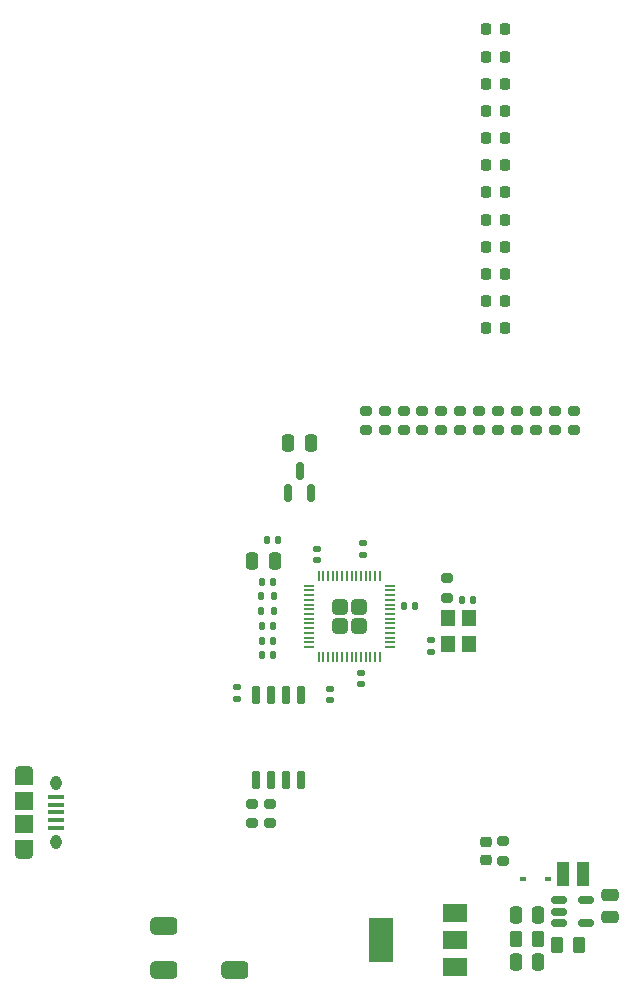
<source format=gbr>
%TF.GenerationSoftware,KiCad,Pcbnew,(6.0.8)*%
%TF.CreationDate,2022-12-11T00:01:36-05:00*%
%TF.ProjectId,Christmas Ornament 2022,43687269-7374-46d6-9173-204f726e616d,rev?*%
%TF.SameCoordinates,Original*%
%TF.FileFunction,Paste,Top*%
%TF.FilePolarity,Positive*%
%FSLAX46Y46*%
G04 Gerber Fmt 4.6, Leading zero omitted, Abs format (unit mm)*
G04 Created by KiCad (PCBNEW (6.0.8)) date 2022-12-11 00:01:36*
%MOMM*%
%LPD*%
G01*
G04 APERTURE LIST*
G04 Aperture macros list*
%AMRoundRect*
0 Rectangle with rounded corners*
0 $1 Rounding radius*
0 $2 $3 $4 $5 $6 $7 $8 $9 X,Y pos of 4 corners*
0 Add a 4 corners polygon primitive as box body*
4,1,4,$2,$3,$4,$5,$6,$7,$8,$9,$2,$3,0*
0 Add four circle primitives for the rounded corners*
1,1,$1+$1,$2,$3*
1,1,$1+$1,$4,$5*
1,1,$1+$1,$6,$7*
1,1,$1+$1,$8,$9*
0 Add four rect primitives between the rounded corners*
20,1,$1+$1,$2,$3,$4,$5,0*
20,1,$1+$1,$4,$5,$6,$7,0*
20,1,$1+$1,$6,$7,$8,$9,0*
20,1,$1+$1,$8,$9,$2,$3,0*%
G04 Aperture macros list end*
%ADD10RoundRect,0.218750X0.218750X0.256250X-0.218750X0.256250X-0.218750X-0.256250X0.218750X-0.256250X0*%
%ADD11RoundRect,0.381000X0.762000X0.381000X-0.762000X0.381000X-0.762000X-0.381000X0.762000X-0.381000X0*%
%ADD12R,1.200000X1.400000*%
%ADD13RoundRect,0.200000X-0.275000X0.200000X-0.275000X-0.200000X0.275000X-0.200000X0.275000X0.200000X0*%
%ADD14RoundRect,0.140000X0.140000X0.170000X-0.140000X0.170000X-0.140000X-0.170000X0.140000X-0.170000X0*%
%ADD15RoundRect,0.140000X0.170000X-0.140000X0.170000X0.140000X-0.170000X0.140000X-0.170000X-0.140000X0*%
%ADD16RoundRect,0.140000X-0.170000X0.140000X-0.170000X-0.140000X0.170000X-0.140000X0.170000X0.140000X0*%
%ADD17RoundRect,0.140000X-0.140000X-0.170000X0.140000X-0.170000X0.140000X0.170000X-0.140000X0.170000X0*%
%ADD18RoundRect,0.218750X-0.256250X0.218750X-0.256250X-0.218750X0.256250X-0.218750X0.256250X0.218750X0*%
%ADD19RoundRect,0.150000X0.150000X-0.587500X0.150000X0.587500X-0.150000X0.587500X-0.150000X-0.587500X0*%
%ADD20R,2.000000X1.500000*%
%ADD21R,2.000000X3.800000*%
%ADD22RoundRect,0.150000X-0.512500X-0.150000X0.512500X-0.150000X0.512500X0.150000X-0.512500X0.150000X0*%
%ADD23RoundRect,0.050000X0.050000X-0.387500X0.050000X0.387500X-0.050000X0.387500X-0.050000X-0.387500X0*%
%ADD24RoundRect,0.050000X0.387500X-0.050000X0.387500X0.050000X-0.387500X0.050000X-0.387500X-0.050000X0*%
%ADD25RoundRect,0.249999X0.395001X-0.395001X0.395001X0.395001X-0.395001X0.395001X-0.395001X-0.395001X0*%
%ADD26RoundRect,0.150000X0.150000X-0.650000X0.150000X0.650000X-0.150000X0.650000X-0.150000X-0.650000X0*%
%ADD27RoundRect,0.250000X-0.262500X-0.450000X0.262500X-0.450000X0.262500X0.450000X-0.262500X0.450000X0*%
%ADD28RoundRect,0.200000X0.275000X-0.200000X0.275000X0.200000X-0.275000X0.200000X-0.275000X-0.200000X0*%
%ADD29RoundRect,0.135000X0.135000X0.185000X-0.135000X0.185000X-0.135000X-0.185000X0.135000X-0.185000X0*%
%ADD30R,1.100000X2.000000*%
%ADD31R,1.550000X1.500000*%
%ADD32R,1.550000X1.200000*%
%ADD33R,1.350000X0.400000*%
%ADD34O,0.950000X1.250000*%
%ADD35O,1.550000X0.890000*%
%ADD36R,0.600000X0.450000*%
%ADD37RoundRect,0.250000X-0.250000X-0.475000X0.250000X-0.475000X0.250000X0.475000X-0.250000X0.475000X0*%
%ADD38RoundRect,0.250000X-0.475000X0.250000X-0.475000X-0.250000X0.475000X-0.250000X0.475000X0.250000X0*%
%ADD39RoundRect,0.250000X0.250000X0.475000X-0.250000X0.475000X-0.250000X-0.475000X0.250000X-0.475000X0*%
G04 APERTURE END LIST*
D10*
%TO.C,D10*%
X165375000Y-73100000D03*
X163800000Y-73100000D03*
%TD*%
%TO.C,D12*%
X165375000Y-68500000D03*
X163800000Y-68500000D03*
%TD*%
%TO.C,D2*%
X165387500Y-91499999D03*
X163812500Y-91499999D03*
%TD*%
%TO.C,D3*%
X165387500Y-89200000D03*
X163812500Y-89200000D03*
%TD*%
%TO.C,D1*%
X165387500Y-93800000D03*
X163812500Y-93800000D03*
%TD*%
%TO.C,D5*%
X163800000Y-84600000D03*
X165375000Y-84600000D03*
%TD*%
%TO.C,D6*%
X163800000Y-82299999D03*
X165375000Y-82299999D03*
%TD*%
%TO.C,D4*%
X163812500Y-86899999D03*
X165387500Y-86899999D03*
%TD*%
%TO.C,D7*%
X163800000Y-80000002D03*
X165375000Y-80000002D03*
%TD*%
%TO.C,D8*%
X165375000Y-77700000D03*
X163800000Y-77700000D03*
%TD*%
%TO.C,D9*%
X165375000Y-75400000D03*
X163800000Y-75400000D03*
%TD*%
%TO.C,D11*%
X165375000Y-70799999D03*
X163800000Y-70799999D03*
%TD*%
D11*
%TO.C,SW1*%
X142500000Y-148150000D03*
X136500000Y-148150000D03*
X136500000Y-144400000D03*
%TD*%
D12*
%TO.C,Y1*%
X160600000Y-118300000D03*
X160600000Y-120500000D03*
X162300000Y-120500000D03*
X162300000Y-118300000D03*
%TD*%
D13*
%TO.C,R20*%
X160500000Y-114975000D03*
X160500000Y-116625000D03*
%TD*%
D14*
%TO.C,C18*%
X162680000Y-116800000D03*
X161720000Y-116800000D03*
%TD*%
D15*
%TO.C,C17*%
X159150000Y-121180000D03*
X159150000Y-120220000D03*
%TD*%
D16*
%TO.C,C12*%
X150600000Y-124320000D03*
X150600000Y-125280000D03*
%TD*%
%TO.C,C11*%
X153200000Y-122970000D03*
X153200000Y-123930000D03*
%TD*%
D17*
%TO.C,C10*%
X156820000Y-117300000D03*
X157780000Y-117300000D03*
%TD*%
D15*
%TO.C,C9*%
X153400000Y-112980000D03*
X153400000Y-112020000D03*
%TD*%
%TO.C,C8*%
X149450000Y-112470000D03*
X149450000Y-113430000D03*
%TD*%
D14*
%TO.C,C7*%
X146160000Y-111750000D03*
X145200000Y-111750000D03*
%TD*%
%TO.C,C6*%
X145760000Y-119000000D03*
X144800000Y-119000000D03*
%TD*%
%TO.C,C5*%
X145760000Y-120250000D03*
X144800000Y-120250000D03*
%TD*%
%TO.C,C4*%
X145760000Y-115250000D03*
X144800000Y-115250000D03*
%TD*%
D15*
%TO.C,C3*%
X142700001Y-125180000D03*
X142700001Y-124220000D03*
%TD*%
D14*
%TO.C,C2*%
X145760000Y-121500000D03*
X144800000Y-121500000D03*
%TD*%
D13*
%TO.C,R19*%
X165250000Y-138900000D03*
X165250000Y-137250000D03*
%TD*%
D18*
%TO.C,D14*%
X163750000Y-138862500D03*
X163750000Y-137287500D03*
%TD*%
D19*
%TO.C,U5*%
X148000000Y-105862500D03*
X148950000Y-107737500D03*
X147050000Y-107737500D03*
%TD*%
D20*
%TO.C,U4*%
X161150000Y-147900000D03*
D21*
X154850000Y-145600000D03*
D20*
X161150000Y-145600000D03*
X161150000Y-143300000D03*
%TD*%
D22*
%TO.C,U3*%
X170000000Y-142250000D03*
X170000000Y-143200000D03*
X170000000Y-144150000D03*
X172275000Y-144150000D03*
X172275000Y-142250000D03*
%TD*%
D23*
%TO.C,U2*%
X149600000Y-121637500D03*
X150000000Y-121637500D03*
X150400000Y-121637500D03*
X150800000Y-121637500D03*
X151200000Y-121637500D03*
X151600000Y-121637500D03*
X152000000Y-121637500D03*
X152400000Y-121637500D03*
X152800000Y-121637500D03*
X153200000Y-121637500D03*
X153600000Y-121637500D03*
X154000000Y-121637500D03*
X154400000Y-121637500D03*
X154800000Y-121637500D03*
D24*
X155637500Y-120800000D03*
X155637500Y-120400000D03*
X155637500Y-120000000D03*
X155637500Y-119600000D03*
X155637500Y-119200000D03*
X155637500Y-118800000D03*
X155637500Y-118400000D03*
X155637500Y-118000000D03*
X155637500Y-117600000D03*
X155637500Y-117200000D03*
X155637500Y-116800000D03*
X155637500Y-116400000D03*
X155637500Y-116000000D03*
X155637500Y-115600000D03*
D23*
X154800000Y-114762500D03*
X154400000Y-114762500D03*
X154000000Y-114762500D03*
X153600000Y-114762500D03*
X153200000Y-114762500D03*
X152800000Y-114762500D03*
X152400000Y-114762500D03*
X152000000Y-114762500D03*
X151600000Y-114762500D03*
X151200000Y-114762500D03*
X150800000Y-114762500D03*
X150400000Y-114762500D03*
X150000000Y-114762500D03*
X149600000Y-114762500D03*
D24*
X148762500Y-115600000D03*
X148762500Y-116000000D03*
X148762500Y-116400000D03*
X148762500Y-116800000D03*
X148762500Y-117200000D03*
X148762500Y-117600000D03*
X148762500Y-118000000D03*
X148762500Y-118400000D03*
X148762500Y-118800000D03*
X148762500Y-119200000D03*
X148762500Y-119600000D03*
X148762500Y-120000000D03*
X148762500Y-120400000D03*
X148762500Y-120800000D03*
D25*
X151400000Y-119000000D03*
X153000000Y-119000000D03*
X151400000Y-117400000D03*
X153000000Y-117400000D03*
%TD*%
D26*
%TO.C,U1*%
X144295000Y-132050000D03*
X145565000Y-132050000D03*
X146835000Y-132050000D03*
X148105000Y-132050000D03*
X148105000Y-124850000D03*
X146835000Y-124850000D03*
X145565000Y-124850000D03*
X144295000Y-124850000D03*
%TD*%
D27*
%TO.C,R18*%
X169800000Y-146000000D03*
X171625000Y-146000000D03*
%TD*%
%TO.C,R17*%
X166337500Y-145500000D03*
X168162500Y-145500000D03*
%TD*%
D28*
%TO.C,R16*%
X153600000Y-100775000D03*
X153600000Y-102425000D03*
%TD*%
%TO.C,R15*%
X155200000Y-100775000D03*
X155200000Y-102425000D03*
%TD*%
%TO.C,R14*%
X156800000Y-102425000D03*
X156800000Y-100775000D03*
%TD*%
%TO.C,R13*%
X158400000Y-100775000D03*
X158400000Y-102425000D03*
%TD*%
%TO.C,R12*%
X160000000Y-100775000D03*
X160000000Y-102425000D03*
%TD*%
%TO.C,R11*%
X161600000Y-100775000D03*
X161600000Y-102425000D03*
%TD*%
%TO.C,R10*%
X163200000Y-100775000D03*
X163200000Y-102425000D03*
%TD*%
%TO.C,R9*%
X164800000Y-100775000D03*
X164800000Y-102425000D03*
%TD*%
%TO.C,R8*%
X166400000Y-100775000D03*
X166400000Y-102425000D03*
%TD*%
%TO.C,R7*%
X168000000Y-100775000D03*
X168000000Y-102425000D03*
%TD*%
%TO.C,R6*%
X169600000Y-100775000D03*
X169600000Y-102425000D03*
%TD*%
%TO.C,R5*%
X171200000Y-102425000D03*
X171200000Y-100775000D03*
%TD*%
D29*
%TO.C,R4*%
X145790000Y-116500000D03*
X144770000Y-116500000D03*
%TD*%
%TO.C,R3*%
X145790000Y-117750000D03*
X144770000Y-117750000D03*
%TD*%
D13*
%TO.C,R2*%
X144000000Y-134050000D03*
X144000000Y-135700000D03*
%TD*%
D28*
%TO.C,R1*%
X145500000Y-135700000D03*
X145500000Y-134050000D03*
%TD*%
D30*
%TO.C,L1*%
X172012499Y-140000000D03*
X170262499Y-140000000D03*
%TD*%
D31*
%TO.C,J1*%
X124685000Y-133800000D03*
D32*
X124685000Y-137700000D03*
D31*
X124685000Y-135800000D03*
D32*
X124685000Y-131900000D03*
D33*
X127385000Y-136100000D03*
X127385000Y-135450000D03*
X127385000Y-134800000D03*
X127385000Y-134150000D03*
X127385000Y-133500000D03*
D34*
X127385000Y-132300000D03*
X127385000Y-137300000D03*
D35*
X124685000Y-138300000D03*
X124685000Y-131300000D03*
%TD*%
D36*
%TO.C,D13*%
X166950000Y-140450000D03*
X169050000Y-140450000D03*
%TD*%
D37*
%TO.C,C16*%
X166300000Y-143500000D03*
X168200000Y-143500000D03*
%TD*%
%TO.C,C15*%
X166300000Y-147500000D03*
X168200000Y-147500000D03*
%TD*%
%TO.C,C14*%
X147050000Y-103500000D03*
X148950000Y-103500000D03*
%TD*%
D38*
%TO.C,C13*%
X174300000Y-143650000D03*
X174300000Y-141750000D03*
%TD*%
D39*
%TO.C,C1*%
X145880000Y-113500000D03*
X143980000Y-113500000D03*
%TD*%
M02*

</source>
